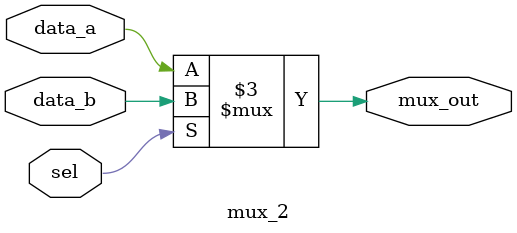
<source format=v>
module WBStage (WriteReg, WriteData, RegWrite, ReadData, AluResult, destination_reg, wb_control_signals);
    parameter word_size = 32;
    parameter reg_size = 5;
    
    output [word_size-1:0] WriteData;
    output [reg_size-1:0] WriteReg;
    output RegWrite;

    input [1:0] wb_control_signals;
    input [word_size-1:0] ReadData;
    input [reg_size-1:0] destination_reg;
    input [word_size-1:0] AluResult;

    wire MemtoReg;
    assign {RegWrite, MemtoReg} = wb_control_signals;
    assign WriteReg = destination_reg;
    
    //instantiate module
    mux_2 MUX3(WriteData, ReadData, AluResult, MemtoReg);
    defparam MUX3.word_size = 32;
    
endmodule

module mux_2 (mux_out, data_a, data_b, sel);
  parameter word_size = 1;
  
  output reg [word_size-1: 0] mux_out;
  input [word_size-1: 0] data_a, data_b;
  input sel;

  always @ (*) begin
  	mux_out = (sel == 0) ? data_a: data_b; 
  end
  
endmodule

</source>
